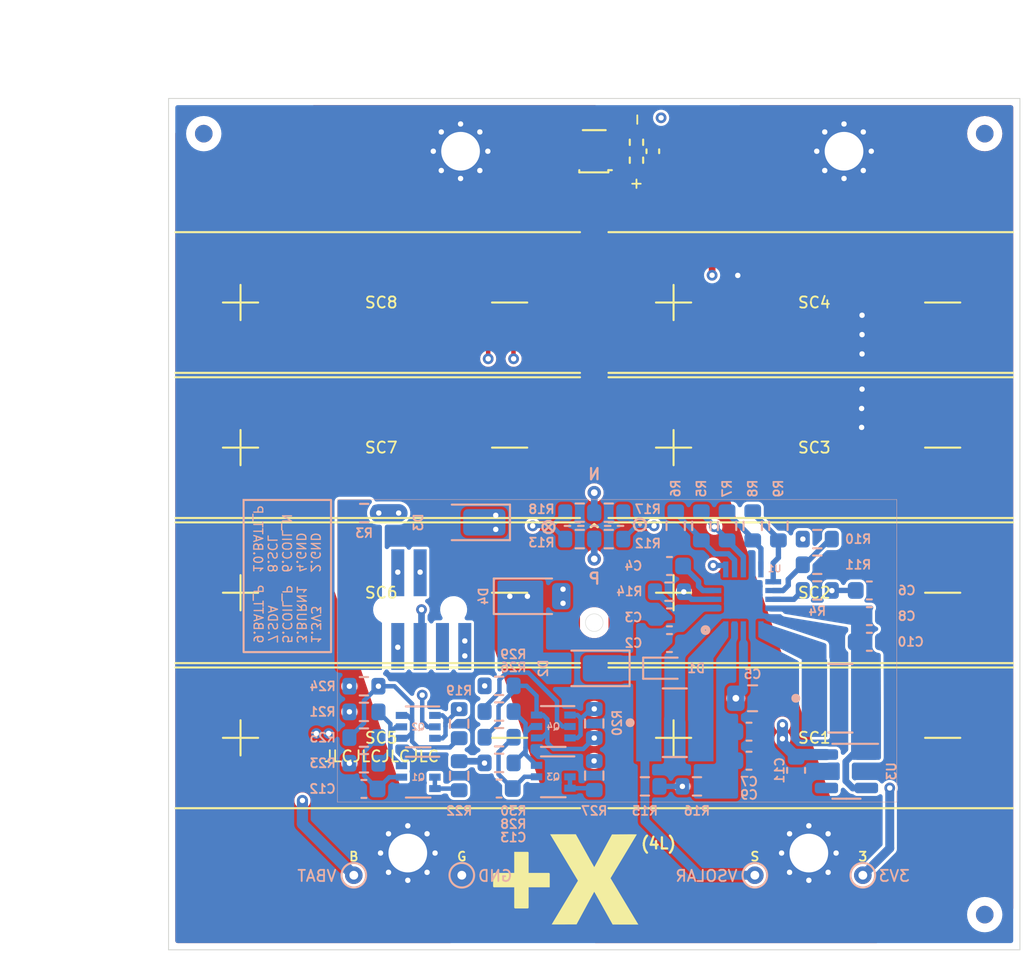
<source format=kicad_pcb>
(kicad_pcb (version 20221018) (generator pcbnew)
  (layers (0 "F.Cu" signal "Top") (1 "In1.Cu" signal) (2 "In2.Cu" signal) (31 "B.Cu" signal "Bottom") (34 "B.Paste" user) (35 "F.Paste" user) (36 "B.SilkS" user "B.Silkscreen") (37 "F.SilkS" user "F.Silkscreen") (38 "B.Mask" user) (39 "F.Mask" user) (44 "Edge.Cuts" user))
  (net 0 "")
  (net 1 "GND")
  (net 2 "+3V3")
  (net 3 "Net-(U1-VREF_SAMP)")
  (net 4 "Net-(U1-VSTOR)")
  (net 5 "VOUT_EN")
  (net 6 "VSOLAR")
  (net 7 "VBAT_OK")
  (net 8 "SDA")
  (net 9 "BATT_P")
  (net 10 "COIL_N")
  (net 11 "COIL_P")
  (net 12 "Net-(D3-K)")
  (net 13 "Net-(U1-LBOOST)")
  (net 14 "Net-(U1-LBUCK)")
  (net 15 "Net-(U1-VBAT_OV)")
  (net 16 "Net-(U1-OK_HYST)")
  (net 17 "Net-(U1-OK_PROG)")
  (net 18 "/coil")
  (net 19 "/VSOLAR_FULL")
  (net 20 "BURN1")
  (net 21 "Net-(U1-VOUT_SET)")
  (net 22 "Net-(U1-VOC_SAMP)")
  (net 23 "SCL")
  (net 24 "Net-(Q1B-G1)")
  (net 25 "Net-(Q3B-G1)")
  (net 26 "Net-(Q1A-G2)")
  (net 27 "SCL_LS")
  (net 28 "Net-(Q1A-D1)")
  (net 29 "Net-(Q2A-B1)")
  (net 30 "Net-(Q3A-G2)")
  (net 31 "SDA_LS")
  (net 32 "Net-(Q3A-D1)")
  (net 33 "Net-(Q4A-B1)")
  (net 34 "VBAT")
  (net 35 "Net-(U1-VRDIV)")
  (net 36 "Net-(U2-ADDR)")
  (net 37 "Net-(U1-VOUT)")
  (footprint "solarpanels:KXOB25-05X3F" (layer "F.Cu") (at 83.89 78.65)
    (fp_text reference "SC5")
    (fp_text value "SolarCell_Small")
  )
  (footprint "solarpanels:KXOB25-05X3F" (layer "F.Cu") (at 83.89 70.4)
    (fp_text reference "SC6")
    (fp_text value "SolarCell_Small")
  )
  (footprint "solarpanels:KXOB25-05X3F" (layer "F.Cu") (at 83.89 62.149996)
    (fp_text reference "SC7")
    (fp_text value "SolarCell_Small")
  )
  (footprint "solarpanels:KXOB25-05X3F" (layer "F.Cu") (at 108.51 78.65)
    (fp_text reference "SC1")
    (fp_text value "SolarCell_Small")
  )
  (footprint "solarpanels:KXOB25-05X3F" (layer "F.Cu") (at 108.51 70.4)
    (fp_text reference "SC2")
    (fp_text value "SolarCell_Small")
  )
  (footprint "solarpanels:KXOB25-05X3F" (layer "F.Cu") (at 108.51 62.149996)
    (fp_text reference "SC3")
    (fp_text value "SolarCell_Small")
  )
  (footprint "solarpanels:KXOB25-05X3F" (layer "F.Cu") (at 108.51 53.9)
    (fp_text reference "SC4")
    (fp_text value "SolarCell_Small")
  )
  (footprint "Capacitor_SMD:C_0402_1005Metric" (layer "F.Cu") (at 110.03 45.3 -90)
    (fp_text reference "C1" hide)
    (fp_text value "0.1uF")
  )
  (footprint "Resistor_SMD:R_0402_1005Metric" (layer "F.Cu") (at 109.1 45.81 -90)
    (fp_text reference "R1" hide)
    (fp_text value "0R")
  )
  (footprint "Resistor_SMD:R_0402_1005Metric" (layer "F.Cu") (at 109.1 44.79 -90)
    (fp_text reference "R2" hide)
    (fp_text value "0R")
  )
  (footprint "solarpanels:MountingHole_2.2mm_M2_DIN965_Pad_TopBottom" (layer "F.Cu") (at 99.100005 45.300011)
    (fp_text reference "H2" hide)
    (fp_text value "MountingHole")
  )
  (footprint "clipboard:eb50a26b-5fb6-463a-8dd0-ee5887daaa13" (layer "F.Cu") (at 102.56 85.19)
    (fp_text reference "")
    (fp_text value "")
  )
  (footprint "solarpanels:KXOB25-05X3F" (layer "F.Cu") (at 83.89 53.9)
    (fp_text reference "SC8")
    (fp_text value "SolarCell_Small")
  )
  (footprint "Fiducial:Fiducial_1mm_Mask2mm" (layer "F.Cu") (at 128.9 88.7)
    (fp_text reference "REF**" hide)
    (fp_text value "Fiducial_1mm_Mask2mm")
  )
  (footprint "Fiducial:Fiducial_1mm_Mask2mm" (layer "F.Cu") (at 128.9 44.3)
    (fp_text reference "REF**" hide)
    (fp_text value "Fiducial_1mm_Mask2mm")
  )
  (footprint "solarpanels:MountingHole_2.2mm_M2_DIN965_Pad_TopBottom" (layer "F.Cu") (at 118.9 85.2)
    (fp_text reference "H4" hide)
    (fp_text value "MountingHole")
  )
  (footprint "solarpanels:MountingHole_2.2mm_M2_DIN965_Pad_TopBottom" (layer "F.Cu") (at 96.1 85.2)
    (fp_text reference "H3" hide)
    (fp_text value "MountingHole")
  )
  (footprint "Fiducial:Fiducial_1mm_Mask2mm" (layer "F.Cu") (at 84.5 44.3)
    (fp_text reference "REF**" hide)
    (fp_text value "Fiducial_1mm_Mask2mm")
  )
  (footprint "Package_TO_SOT_SMD:SOT-583-8" (layer "F.Cu") (at 106.7 45.3 180)
    (fp_text reference "U2" hide)
    (fp_text value "OPT4001")
  )
  (footprint "X Label" (layer "F.Cu") (at 106.7 88.205445)
    (fp_text reference "REF**" hide)
    (fp_text value "X Label" hide)
  )
  (footprint "solarpanels:MountingHole_2.2mm_M2_DIN965_Pad_TopBottom" (layer "F.Cu") (at 120.900012 45.300011)
    (fp_text reference "H1" hide)
    (fp_text value "MountingHole")
  )
  (footprint "Capacitor_SMD:C_0805_2012Metric" (layer "B.Cu") (at 115.7 76.4)
    (fp_text reference "C5")
    (fp_text value "100uF")
  )
  (footprint "Capacitor_SMD:C_0603_1608Metric" (layer "B.Cu") (at 115.5 79.95)
    (fp_text reference "C9")
    (fp_text value "0.1uF")
  )
  (footprint "Capacitor_SMD:C_0603_1608Metric" (layer "B.Cu") (at 122.34 71.73)
    (fp_text reference "C8")
    (fp_text value "22uF")
  )
  (footprint "Capacitor_SMD:C_0603_1608Metric" (layer "B.Cu") (at 122.34 70.27)
    (fp_text reference "C6")
    (fp_text value "1uF")
  )
  (footprint "Capacitor_SMD:C_0603_1608Metric" (layer "B.Cu") (at 110.975 68.88 180)
    (fp_text reference "C4")
    (fp_text value "10nF")
  )
  (footprint "solarpanels:LPS4018" (layer "B.Cu") (at 120.7 76.4)
    (fp_text reference "L2" hide)
    (fp_text value "10uH-LPS4018-103MR" hide)
  )
  (footprint "Resistor_SMD:R_0603_1608Metric" (layer "B.Cu") (at 109.58 81.41)
    (fp_text reference "R15")
    (fp_text value "DNI (0R)")
  )
  (footprint "Resistor_SMD:R_0603_1608Metric" (layer "B.Cu") (at 117.17 66.6 -90)
    (fp_text reference "R9")
    (fp_text value "4.53M")
  )
  (footprint "Resistor_SMD:R_0603_1608Metric" (layer "B.Cu") (at 119.38 68.81 180)
    (fp_text reference "R11")
    (fp_text value "4.75M")
  )
  (footprint "Resistor_SMD:R_0603_1608Metric" (layer "B.Cu") (at 114.25 66.6 -90)
    (fp_text reference "R7")
    (fp_text value "374K")
  )
  (footprint "Resistor_SMD:R_0603_1608Metric" (layer "B.Cu") (at 119.38 70.27)
    (fp_text reference "R4")
    (fp_text value "0R")
  )
  (footprint "Resistor_SMD:R_0603_1608Metric" (layer "B.Cu") (at 115.71 66.6 -90)
    (fp_text reference "R8")
    (fp_text value "8.25M")
  )
  (footprint "Resistor_SMD:R_0603_1608Metric" (layer "B.Cu") (at 110.975 70.34 180)
    (fp_text reference "R14")
    (fp_text value "DNI (0R)")
  )
  (footprint "Resistor_SMD:R_0603_1608Metric" (layer "B.Cu") (at 119.38 67.35 180)
    (fp_text reference "R10")
    (fp_text value "8.25M")
  )
  (footprint "solarpanels:QFN50P350X350X100-21N-D" (layer "B.Cu") (at 115.175 70.775)
    (fp_text reference "U1")
    (fp_text value "BQ25570RGRR" hide)
  )
  (footprint "solarpanels:LPS4018" (layer "B.Cu") (at 111.27924 77.78963)
    (fp_text reference "L1" hide)
    (fp_text value "22uH-LPS4018-223MR" hide)
  )
  (footprint "Resistor_SMD:R_0603_1608Metric" (layer "B.Cu") (at 112.54 81.41 180)
    (fp_text reference "R16")
    (fp_text value "0R")
  )
  (footprint "Resistor_SMD:R_0603_1608Metric" (layer "B.Cu") (at 112.79 66.6 90)
    (fp_text reference "R5")
    (fp_text value "7.32M")
  )
  (footprint "Capacitor_SMD:C_0603_1608Metric" (layer "B.Cu") (at 115.5 78.3)
    (fp_text reference "C7")
    (fp_text value "4.7uF")
  )
  (footprint "Resistor_SMD:R_0603_1608Metric" (layer "B.Cu") (at 111.33 66.6 90)
    (fp_text reference "R6")
    (fp_text value "5.62M")
  )
  (footprint "Capacitor_SMD:C_0603_1608Metric" (layer "B.Cu") (at 110.975 71.8 180)
    (fp_text reference "C3")
    (fp_text value "4.7uF")
  )
  (footprint "TestPoint:TestPoint_THTPad_D1.0mm_Drill0.5mm" (layer "B.Cu") (at 99.17 86.46)
    (fp_text reference "TP2" hide)
    (fp_text value "TP")
  )
  (footprint "TestPoint:TestPoint_THTPad_D1.0mm_Drill0.5mm" (layer "B.Cu") (at 121.97 86.46)
    (fp_text reference "TP3" hide)
    (fp_text value "TP")
  )
  (footprint "TestPoint:TestPoint_THTPad_D1.0mm_Drill0.5mm" (layer "B.Cu") (at 93.03 86.46)
    (fp_text reference "TP4" hide)
    (fp_text value "TP")
  )
  (footprint "TestPoint:TestPoint_THTPad_D1.0mm_Drill0.5mm" (layer "B.Cu") (at 115.83 86.46)
    (fp_text reference "TP1" hide)
    (fp_text value "TP")
  )
  (footprint "Resistor_SMD:R_0603_1608Metric" (layer "B.Cu") (at 105.875 65.85)
    (fp_text reference "R18")
    (fp_text value "0R")
  )
  (footprint "Resistor_SMD:R_0603_1608Metric" (layer "B.Cu") (at 107.525 65.85)
    (fp_text reference "R17")
    (fp_text value "0R")
  )
  (footprint "Resistor_SMD:R_0603_1608Metric" (layer "B.Cu") (at 107.525 67.35)
    (fp_text reference "R12")
    (fp_text value "0R")
  )
  (footprint "Resistor_SMD:R_0603_1608Metric" (layer "B.Cu") (at 105.875 67.35)
    (fp_text reference "R13")
    (fp_text value "0R")
  )
  (footprint "Diode_SMD:D_SOD-523" (layer "B.Cu") (at 110.74 74.69)
    (fp_text reference "D1")
    (fp_text value "SZMM5Z5V1T1G")
  )
  (footprint "custom-footprints:pycubed_mini_half" (layer "B.Cu") (at 107 44.5 180)
    (fp_text reference "Ref**" hide)
    (fp_text value "Val**" hide)
  )
  (footprint "Resistor_SMD:R_0603_1608Metric" (layer "B.Cu") (at 99.02 80.805 -90)
    (fp_text reference "R22")
    (fp_text value "100K")
  )
  (footprint "Resistor_SMD:R_0603_1608Metric" (layer "B.Cu") (at 101.29 77.155)
    (fp_text reference "R26")
    (fp_text value "680R")
  )
  (footprint "Diode_SMD:D_PowerDI-123" (layer "B.Cu") (at 99.6 66.4 180)
    (fp_text reference "D3")
    (fp_text value "DFLS130L-7")
  )
  (footprint "Capacitor_SMD:C_0603_1608Metric" (layer "B.Cu") (at 118.175 80.5 -90)
    (fp_text reference "C11")
    (fp_text value "0.1uF")
  )
  (footprint "Diode_SMD:D_PowerDI-123" (layer "B.Cu") (at 106.4 74.7 180)
    (fp_text reference "D2")
    (fp_text value "DFLS130L-7")
  )
  (footprint "Resistor_SMD:R_0603_1608Metric" (layer "B.Cu") (at 93.605 77.175)
    (fp_text reference "R21")
    (fp_text value "680R")
  )
  (footprint "Resistor_SMD:R_0603_1608Metric" (layer "B.Cu") (at 106.7 77.835 90)
    (fp_text reference "R20")
    (fp_text value "DNI (0R)")
  )
  (footprint "Capacitor_SMD:C_0603_1608Metric" (layer "B.Cu") (at 93.605 81.555 180)
    (fp_text reference "C12")
    (fp_text value "10nF")
  )
  (footprint "Resistor_SMD:R_0603_1608Metric" (layer "B.Cu") (at 106.7 80.795 -90)
    (fp_text reference "R27")
    (fp_text value "100K")
  )
  (footprint "Resistor_SMD:R_0603_1608Metric" (layer "B.Cu") (at 99.02 77.845 90)
    (fp_text reference "R19")
    (fp_text value "DNI (0R)")
  )
  (footprint "Resistor_SMD:R_0603_1608Metric" (layer "B.Cu") (at 93.605 80.095)
    (fp_text reference "R23")
    (fp_text value "10K")
  )
  (footprint "Resistor_SMD:R_0603_1608Metric" (layer "B.Cu") (at 101.29 78.615)
    (fp_text reference "R30")
    (fp_text value "200K")
  )
  (footprint "Resistor_SMD:R_0603_1608Metric" (layer "B.Cu") (at 93.605 75.715)
    (fp_text reference "R24")
    (fp_text value "10K")
  )
  (footprint "Package_TO_SOT_SMD:SOT-363_SC-70-6" (layer "B.Cu") (at 104.37 80.865 180)
    (fp_text reference "Q3")
    (fp_text value "NX3008NBKS")
  )
  (footprint "Fiducial:Fiducial_1mm_Mask2mm" (layer "B.Cu") (at 84.5 44.3 180)
    (fp_text reference "REF**" hide)
    (fp_text value "Fiducial_1mm_Mask2mm")
  )
  (footprint "Resistor_SMD:R_0603_1608Metric" (layer "B.Cu") (at 93.605 78.635)
    (fp_text reference "R25")
    (fp_text value "200K")
  )
  (footprint "Package_TO_SOT_SMD:SOT-363_SC-70-6" (layer "B.Cu") (at 96.69 78.025 180)
    (fp_text reference "Q2")
    (fp_text value "MBT2222ADW1T1")
  )
  (footprint "Resistor_SMD:R_0603_1608Metric" (layer "B.Cu") (at 101.29 75.695)
    (fp_text reference "R29")
    (fp_text value "10K")
  )
  (footprint "Package_TO_SOT_SMD:SOT-363_SC-70-6" (layer "B.Cu") (at 96.69 80.885 180)
    (fp_text reference "Q1")
    (fp_text value "NX3008NBKS")
  )
  (footprint "Package_TO_SOT_SMD:SOT-23-5" (layer "B.Cu") (at 121.0375 80.55 180)
    (fp_text reference "U3")
    (fp_text value "MAX40200AUK")
  )
  (footprint "Resistor_SMD:R_0603_1608Metric" (layer "B.Cu") (at 93.62 65.87)
    (fp_text reference "R3")
    (fp_text value "0R")
  )
  (footprint "Fiducial:Fiducial_1mm_Mask2mm" (layer "B.Cu") (at 128.9 88.7 180)
    (fp_text reference "REF**" hide)
    (fp_text value "Fiducial_1mm_Mask2mm")
  )
  (footprint "Capacitor_SMD:C_0603_1608Metric" (layer "B.Cu") (at 110.975 73.26)
    (fp_text reference "C2")
    (fp_text value "0.1uF")
  )
  (footprint "Package_TO_SOT_SMD:SOT-363_SC-70-6" (layer "B.Cu") (at 104.37 78.005 180)
    (fp_text reference "Q4")
    (fp_text value "MBT2222ADW1T1")
  )
  (footprint "Capacitor_SMD:C_0603_1608Metric" (layer "B.Cu") (at 101.29 81.535 180)
    (fp_text reference "C13")
    (fp_text value "10nF")
  )
  (footprint "Resistor_SMD:R_0603_1608Metric" (layer "B.Cu") (at 101.29 80.075)
    (fp_text reference "R28")
    (fp_text value "10K")
  )
  (footprint "Capacitor_SMD:C_0603_1608Metric" (layer "B.Cu") (at 122.34 73.19)
    (fp_text reference "C10")
    (fp_text value "0.1uF")
  )
  (footprint "Fiducial:Fiducial_1mm_Mask2mm" (layer "B.Cu") (at 128.9 44.3 180)
    (fp_text reference "REF**" hide)
    (fp_text value "Fiducial_1mm_Mask2mm")
  )
  (footprint "solarpanels:SAMTEC-FTS-105-01-X-DV-A" (layer "B.Cu") (at 96.8 71.36 180)
    (fp_text reference "J1" hide)
    (fp_text value "FTS-105-01-X-DV-A")
  )
  (footprint "Diode_SMD:D_PowerDI-123" (layer "B.Cu") (at 103.3 70.6)
    (fp_text reference "D4")
    (fp_text value "DFLS130L-7")
  )
  (gr_line (start 107.30325 66.6) (end 107.62075 66.6) (stroke (width 0.12)) (layer "B.SilkS"))
  (gr_line (start 106.85875 66.6) (end 106.54125 66.6) (stroke (width 0.12)) (layer "B.SilkS"))
  (gr_line (start 106.09675 66.6) (end 105.77925 66.6) (stroke (width 0.12)) (layer "B.SilkS"))
  (gr_line (start 108.351 66.6) (end 108.0335 66.6) (stroke (width 0.12)) (layer "B.SilkS"))
  (gr_line (start 105.01725 66.6) (end 105.33475 66.6) (stroke (width 0.12)) (layer "B.SilkS"))
  (gr_line (start 123.9 65.1) (end 123.9 82.3) (stroke (width 0.0254)) (layer "B.SilkS"))
  (gr_rect (start 86.765 65.125) (end 91.735 73.775) (stroke (width 0.12)) (fill none) (layer "B.SilkS"))
  (gr_line (start 92.1 75.4) (end 92.1 73.8) (stroke (width 0.0254)) (layer "B.SilkS"))
  (gr_line (start 123.9 82.3) (end 92.1 82.3) (stroke (width 0.0254)) (layer "B.SilkS"))
  (gr_line (start 92.1 82.3) (end 92.1 75.4) (stroke (width 0.0254)) (layer "B.SilkS"))
  (gr_line (start 92.1 65.1) (end 123.9 65.1) (stroke (width 0.0254)) (layer "B.SilkS"))
  (gr_line (start 92.1 73.8) (end 92.1 65.1) (stroke (width 0.0254)) (layer "B.SilkS"))
  (gr_line (start 82.5 90.7) (end 82.5 42.3) (stroke (width 0.05)) (layer "Edge.Cuts"))
  (gr_line (start 82.5 42.3) (end 130.9 42.3) (stroke (width 0.05)) (layer "Edge.Cuts"))
  (gr_line (start 82.5 90.7) (end 130.9 90.7) (stroke (width 0.05)) (layer "Edge.Cuts"))
  (gr_line (start 130.9 42.3) (end 130.9 90.7) (stroke (width 0.05)) (layer "Edge.Cuts"))
  (gr_circle (center 106.7 72.1) (end 107.2 72.1) (stroke (width 0.0254)) (fill none) (layer "Edge.Cuts"))
  (gr_text "GND" (at 102.1 86.5) (layer "B.SilkS") (effects (font (size 0.635 0.635) (thickness 0.1016)) (justify left mirror)))
  (gr_text "VSOLAR" (at 114.9 86.5) (layer "B.SilkS") (effects (font (size 0.635 0.635) (thickness 0.1016)) (justify left mirror)))
  (gr_text "VBAT" (at 92.1 86.5) (layer "B.SilkS") (effects (font (size 0.635 0.635) (thickness 0.1016)) (justify left mirror)))
  (gr_text "3V3" (at 124.7 86.5) (layer "B.SilkS") (effects (font (size 0.635 0.635) (thickness 0.1016)) (justify left mirror)))
  (gr_text "⊙" (at 109.3 66.6 180) (layer "B.SilkS") (effects (font (size 0.889 0.889) (thickness 0.127)) (justify mirror)))
  (gr_text "P" (at 106.7 69.6) (layer "B.SilkS") (effects (font (size 0.635 0.635) (thickness 0.127)) (justify mirror)))
  (gr_text "N" (at 106.7 63.6 180) (layer "B.SilkS") (effects (font (size 0.635 0.635) (thickness 0.127)) (justify mirror)))
  (gr_text "⊗" (at 104.1 66.6) (layer "B.SilkS") (effects (font (size 0.889 0.889) (thickness 0.127)) (justify mirror)))
  (gr_text "2.GND\n4.GND\n6.COIL_N\n8.SCL\n10.BATT_P" (at 89.21 69.3 270) (layer "B.SilkS") (effects (font (size 0.508 0.508) (thickness 0.0762)) (justify left mirror)))
  (gr_text "1.3V3\n3.BURN1\n5.COIL_P\n7.SDA\n9.BATT_P" (at 89.23 73.325 270) (layer "B.SilkS") (effects (font (size 0.508 0.508) (thickness 0.0762)) (justify left mirror)))
  (gr_text "B" (at 93.03 85.4) (layer "F.SilkS") (effects (font (size 0.508 0.508) (thickness 0.1016))))
  (gr_text "3" (at 121.97 85.4) (layer "F.SilkS") (effects (font (size 0.508 0.508) (thickness 0.1016))))
  (gr_text "G" (at 99.17 85.4) (layer "F.SilkS") (effects (font (size 0.508 0.508) (thickness 0.1016))))
  (gr_text "JLCJLCJLCJLC" (at 94.6 79.7) (layer "F.SilkS") (effects (font (size 0.635 0.635) (thickness 0.1016))))
  (gr_text "(4L)" (at 110.35 84.65) (layer "F.SilkS") (effects (font (size 0.635 0.635) (thickness 0.127))))
  (gr_text "S" (at 115.83 85.4) (layer "F.SilkS") (effects (font (size 0.508 0.508) (thickness 0.1016))))
  (gr_text "+" (at 109.1 47.1) (layer "F.SilkS") (effects (font (size 0.635 0.635) (thickness 0.1016))))
  (gr_text "^" (at 106.7 67.11) (layer "F.SilkS") (effects (font (size 1 1))))
  (gr_text "-" (at 109.1 43.5 90) (layer "F.SilkS") (effects (font (size 0.635 0.635) (thickness 0.1016))))
  (segment (start 114.86 52.36) (end 114.86 47.26) (width 0.381) (layer "F.Cu") (net 1))
  (segment (start 114.86 47.26) (end 112.15 44.55) (width 0.381) (layer "F.Cu") (net 1))
  (segment (start 112.15 44.55) (end 107.44 44.55) (width 0.381) (layer "F.Cu") (net 1))
  (via (at 121.925 54.625) (size 0.6096) (drill 0.3048) (layers "F.Cu" "B.Cu") (net 1))
  (via (at 114.86 52.36) (size 0.6096) (drill 0.3048) (layers "F.Cu" "B.Cu") (net 1))
  (via (at 121.925 58.825) (size 0.6096) (drill 0.3048) (layers "F.Cu" "B.Cu") (net 1))
  (via (at 121.925 55.725) (size 0.6096) (drill 0.3048) (layers "F.Cu" "B.Cu") (net 1))
  (via (at 121.925 56.825) (size 0.6096) (drill 0.3048) (layers "F.Cu" "B.Cu") (net 1))
  (via (at 121.9 59.925) (size 0.6096) (drill 0.3048) (layers "F.Cu" "B.Cu") (net 1))
  (via (at 121.9 61) (size 0.6096) (drill 0.3048) (layers "F.Cu" "B.Cu") (net 1))
  (segment (start 111.6 46.05) (end 107.44 46.05) (width 0.381) (layer "F.Cu") (net 2))
  (segment (start 113.4 47.85) (end 111.6 46.05) (width 0.381) (layer "F.Cu") (net 2))
  (segment (start 113.4 52.35) (end 113.4 47.85) (width 0.381) (layer "F.Cu") (net 2))
  (via (at 117.4 78.7) (size 0.6096) (drill 0.3048) (layers "F.Cu" "B.Cu") (net 2))
  (via (at 117.4 77.9) (size 0.6096) (drill 0.3048) (layers "F.Cu" "B.Cu") (net 2))
  (via (at 99.34 73.14) (size 0.6096) (drill 0.3048) (layers "F.Cu" "B.Cu") (net 2))
  (via (at 92.78 80.095) (size 0.6096) (drill 0.3048) (layers "F.Cu" "B.Cu") (net 2))
  (via (at 92.78 75.715) (size 0.6096) (drill 0.3048) (layers "F.Cu" "B.Cu") (net 2))
  (via (at 123.5 81.5) (size 0.6096) (drill 0.3048) (layers "F.Cu" "B.Cu") (net 2))
  (via (at 106.69 79.96) (size 0.6096) (drill 0.3048) (layers "F.Cu" "B.Cu") (net 2))
  (via (at 99.34 73.99) (size 0.6096) (drill 0.3048) (layers "F.Cu" "B.Cu") (net 2))
  (via (at 113.4 52.35) (size 0.6096) (drill 0.3048) (layers "F.Cu" "B.Cu") (net 2))
  (via (at 100.46 80.085) (size 0.6096) (drill 0.3048) (layers "F.Cu" "B.Cu") (net 2))
  (via (at 100.47 75.695) (size 0.6096) (drill 0.3048) (layers "F.Cu" "B.Cu") (net 2))
  (segment (start 119.9 79.6) (end 118.2 79.6) (width 0.635) (layer "B.Cu") (net 2))
  (segment (start 99.02 79.98) (end 100.355 79.98) (width 0.381) (layer "B.Cu") (net 2))
  (segment (start 123.5 84.93) (end 123.5 81.5) (width 0.508) (layer "B.Cu") (net 2))
  (segment (start 118.2 79.6) (end 119.3 79.6) (width 0.635) (layer "B.Cu") (net 2))
  (segment (start 117.4 78.95) (end 117.4 77.9) (width 0.635) (layer "B.Cu") (net 2))
  (segment (start 118.175 79.725) (end 117.4 78.95) (width 0.635) (layer "B.Cu") (net 2))
  (segment (start 121.97 86.46) (end 123.5 84.93) (width 0.508) (layer "B.Cu") (net 2))
  (segment (start 112.63 70.03) (end 112.63 69.76) (width 0.3048) (layer "B.Cu") (net 3))
  (segment (start 113.475 70.275) (end 112.875 70.275) (width 0.3048) (layer "B.Cu") (net 3))
  (segment (start 112.63 69.76) (end 111.75 68.88) (width 0.3048) (layer "B.Cu") (net 3))
  (segment (start 112.875 70.275) (end 112.63 70.03) (width 0.3048) (layer "B.Cu") (net 3))
  (via (at 120.21 70.28) (size 0.6096) (drill 0.3048) (layers "F.Cu" "B.Cu") (net 5))
  (via (at 113.46 68.85) (size 0.6096) (drill 0.3048) (layers "F.Cu" "B.Cu") (net 5))
  (segment (start 113.46 68.85) (end 114.0356 68.85) (width 0.3048) (layer "B.Cu") (net 5))
  (segment (start 120.205 70.27) (end 121.565 70.27) (width 0.3048) (layer "B.Cu") (net 5))
  (segment (start 112.66 86.46) (end 115.83 86.46) (width 0.508) (layer "B.Cu") (net 6))
  (segment (start 109.58 78.00932) (end 109.58 83.38) (width 0.508) (layer "B.Cu") (net 6))
  (segment (start 109.58 83.38) (end 112.66 86.46) (width 0.508) (layer "B.Cu") (net 6))
  (segment (start 111.68 71.8) (end 110.22 70.34) (width 0.381) (layer "B.Cu") (net 6))
  (segment (start 118.05 70.775) (end 118.555 70.27) (width 0.3048) (layer "B.Cu") (net 7))
  (segment (start 116.875 70.775) (end 118.05 70.775) (width 0.3048) (layer "B.Cu") (net 7))
  (via (at 106.7 77.005) (size 0.6096) (drill 0.3048) (layers "F.Cu" "B.Cu") (net 8))
  (via (at 95.53 73.5) (size 0.6096) (drill 0.3048) (layers "F.Cu" "B.Cu") (net 8))
  (segment (start 105.7538 78.655) (end 105.9244 78.4844) (width 0.254) (layer "B.Cu") (net 8))
  (segment (start 105.32 78.655) (end 105.7538 78.655) (width 0.254) (layer "B.Cu") (net 8))
  (segment (start 106.51 77.005) (end 105.9844 77.5306) (width 0.254) (layer "B.Cu") (net 8))
  (segment (start 105.32 77.355) (end 105.7488 77.355) (width 0.254) (layer "B.Cu") (net 8))
  (segment (start 105.9244 78.4844) (end 105.9244 77.5306) (width 0.254) (layer "B.Cu") (net 8))
  (segment (start 105.7488 77.355) (end 105.9244 77.5306) (width 0.254) (layer "B.Cu") (net 8))
  (via (at 96.8 69.23) (size 0.6096) (drill 0.3048) (layers "F.Cu" "B.Cu") (net 10))
  (via (at 106.7 64.71) (size 0.762) (drill 0.381) (layers "F.Cu" "B.Cu") (net 10))
  (segment (start 106.7 64.71) (end 106.7 65.85) (width 0.381) (layer "B.Cu") (net 10))
  (via (at 96.88 71.36) (size 0.6096) (drill 0.3048) (layers "F.Cu" "B.Cu") (net 11))
  (via (at 106.7 68.48) (size 0.762) (drill 0.381) (layers "F.Cu" "B.Cu") (net 11))
  (segment (start 96.88 71.36) (end 96.88 73.3745) (width 0.381) (layer "B.Cu") (net 11))
  (segment (start 106.7 67.35) (end 106.7 68.48) (width 0.381) (layer "B.Cu") (net 11))
  (via (at 104.925 71) (size 0.6096) (drill 0.3048) (layers "F.Cu" "B.Cu") (net 12))
  (via (at 104.925 70.2) (size 0.6096) (drill 0.3048) (layers "F.Cu" "B.Cu") (net 12))
  (via (at 101.1 66) (size 0.6096) (drill 0.3048) (layers "F.Cu" "B.Cu") (net 12))
  (via (at 101.1 66.8) (size 0.6096) (drill 0.3048) (layers "F.Cu" "B.Cu") (net 12))
  (segment (start 114.675 69.075) (end 114.675 68.535) (width 0.3048) (layer "B.Cu") (net 15))
  (segment (start 112.79 67.34) (end 111.33 65.88) (width 0.3048) (layer "B.Cu") (net 15))
  (segment (start 113.555 68.19) (end 112.79 67.425) (width 0.3048) (layer "B.Cu") (net 15))
  (segment (start 114.675 68.535) (end 114.33 68.19) (width 0.3048) (layer "B.Cu") (net 15))
  (segment (start 114.33 68.19) (end 113.555 68.19) (width 0.3048) (layer "B.Cu") (net 15))
  (segment (start 116.175 69.075) (end 116.175 67.89) (width 0.3048) (layer "B.Cu") (net 16))
  (segment (start 115.71 67.32) (end 114.25 65.86) (width 0.3048) (layer "B.Cu") (net 16))
  (segment (start 116.175 67.89) (end 115.71 67.425) (width 0.3048) (layer "B.Cu") (net 16))
  (segment (start 116.875 68.705) (end 117.17 68.41) (width 0.3048) (layer "B.Cu") (net 17))
  (segment (start 117.17 68.41) (end 117.17 67.425) (width 0.3048) (layer "B.Cu") (net 17))
  (segment (start 116.875 69.775) (end 116.875 68.705) (width 0.3048) (layer "B.Cu") (net 17))
  (segment (start 117.17 67.33) (end 115.71 65.87) (width 0.3048) (layer "B.Cu") (net 17))
  (via (at 103.2 66.6) (size 0.6096) (drill 0.3048) (layers "F.Cu" "B.Cu") (net 18))
  (via (at 110.500008 43.399989) (size 0.6096) (drill 0.3048) (layers "F.Cu" "B.Cu") (net 18))
  (via (at 110.1 66.6) (size 0.6096) (drill 0.3048) (layers "F.Cu" "B.Cu") (net 18))
  (segment (start 104.3 66.6) (end 103.2 66.6) (width 0.254) (layer "B.Cu") (net 18))
  (segment (start 105.05 67.35) (end 104.3 66.6) (width 0.254) (layer "B.Cu") (net 18))
  (segment (start 109.1 66.6) (end 108.35 67.35) (width 0.254) (layer "B.Cu") (net 18))
  (segment (start 105.05 65.85) (end 104.3 66.6) (width 0.254) (layer "B.Cu") (net 18))
  (segment (start 109.4 66.6) (end 109.1 66.6) (width 0.254) (layer "B.Cu") (net 18))
  (segment (start 109.1 66.6) (end 108.35 65.85) (width 0.254) (layer "B.Cu") (net 18))
  (segment (start 110.1 66.6) (end 109.4 66.6) (width 0.254) (layer "B.Cu") (net 18))
  (via (at 101.9 70.6) (size 0.6096) (drill 0.3048) (layers "F.Cu" "B.Cu") (net 19))
  (via (at 102.9 70.6) (size 0.6096) (drill 0.3048) (layers "F.Cu" "B.Cu") (net 19))
  (via (at 91.6 78.4) (size 0.6096) (drill 0.3048) (layers "F.Cu" "B.Cu") (net 19))
  (via (at 90.9 78.4) (size 0.6096) (drill 0.3048) (layers "F.Cu" "B.Cu") (net 19))
  (segment (start 117.73 69.98) (end 117.73 69.635) (width 0.3048) (layer "B.Cu") (net 21))
  (segment (start 117.435 70.275) (end 117.73 69.98) (width 0.3048) (layer "B.Cu") (net 21))
  (segment (start 118.65 68.81) (end 120.11 67.35) (width 0.3048) (layer "B.Cu") (net 21))
  (segment (start 116.875 70.275) (end 117.435 70.275) (width 0.3048) (layer "B.Cu") (net 21))
  (segment (start 117.73 69.635) (end 118.555 68.81) (width 0.3048) (layer "B.Cu") (net 21))
  (via (at 111.79 70.35) (size 0.6096) (drill 0.3048) (layers "F.Cu" "B.Cu") (net 22))
  (via (at 111.71 81.41) (size 0.6096) (drill 0.3048) (layers "F.Cu" "B.Cu") (net 22))
  (segment (start 112.235 70.775) (end 111.8 70.34) (width 0.3048) (layer "B.Cu") (net 22))
  (segment (start 110.405 81.41) (end 111.715 81.41) (width 0.3048) (layer "B.Cu") (net 22))
  (segment (start 113.475 70.775) (end 112.235 70.775) (width 0.3048) (layer "B.Cu") (net 22))
  (via (at 95.53 69.23) (size 0.6096) (drill 0.3048) (layers "F.Cu" "B.Cu") (net 23))
  (via (at 99.02 77.02) (size 0.6096) (drill 0.3048) (layers "F.Cu" "B.Cu") (net 23))
  (segment (start 98.0738 78.675) (end 97.64 78.675) (width 0.254) (layer "B.Cu") (net 23))
  (segment (start 98.2444 77.7956) (end 99.02 77.02) (width 0.254) (layer "B.Cu") (net 23))
  (segment (start 98.2444 78.5044) (end 98.0738 78.675) (width 0.254) (layer "B.Cu") (net 23))
  (segment (start 98.2444 78.0006) (end 98.2444 77.7956) (width 0.254) (layer "B.Cu") (net 23))
  (segment (start 98.2444 77.5456) (end 98.2444 78.0006) (width 0.254) (layer "B.Cu") (net 23))
  (segment (start 97.64 77.375) (end 98.0738 77.375) (width 0.254) (layer "B.Cu") (net 23))
  (segment (start 98.0738 77.375) (end 98.2444 77.5456) (width 0.254) (layer "B.Cu") (net 23))
  (segment (start 98.2444 78.0006) (end 98.2444 78.5044) (width 0.254) (layer "B.Cu") (net 23))
  (segment (start 95.05 80.885) (end 94.38 81.555) (width 0.254) (layer "B.Cu") (net 24))
  (segment (start 95.74 80.885) (end 95.05 80.885) (width 0.254) (layer "B.Cu") (net 24))
  (segment (start 94.38 81.555) (end 93.62 80.795) (width 0.254) (layer "B.Cu") (net 24))
  (segment (start 93.62 80.795) (end 93.62 79.435) (width 0.254) (layer "B.Cu") (net 24))
  (segment (start 93.62 79.435) (end 94.42 78.635) (width 0.254) (layer "B.Cu") (net 24))
  (segment (start 102.065 81.535) (end 102.735 80.865) (width 0.254) (layer "B.Cu") (net 25))
  (segment (start 102.735 80.865) (end 103.42 80.865) (width 0.254) (layer "B.Cu") (net 25))
  (segment (start 101.26 80.73) (end 101.26 79.47) (width 0.254) (layer "B.Cu") (net 25))
  (segment (start 102.065 81.535) (end 101.26 80.73) (width 0.254) (layer "B.Cu") (net 25))
  (segment (start 101.26 79.47) (end 102.115 78.615) (width 0.254) (layer "B.Cu") (net 25))
  (segment (start 97.64 80.885) (end 97.64 81.535) (width 0.254) (layer "B.Cu") (net 26))
  (segment (start 97.64 81.535) (end 98.925 81.535) (width 0.254) (layer "B.Cu") (net 26))
  (segment (start 100.67 47.43) (end 103.55 44.55) (width 0.254) (layer "F.Cu") (net 27))
  (segment (start 103.55 44.55) (end 105.96 44.55) (width 0.254) (layer "F.Cu") (net 27))
  (segment (start 100.67 57.1) (end 100.67 47.43) (width 0.254) (layer "F.Cu") (net 27))
  (via (at 94.43 75.715) (size 0.6096) (drill 0.3048) (layers "F.Cu" "B.Cu") (net 27))
  (via (at 100.67 57.1) (size 0.6096) (drill 0.3048) (layers "F.Cu" "B.Cu") (net 27))
  (segment (start 96.3444 78.3606) (end 96.3444 78.1706) (width 0.254) (layer "B.Cu") (net 27))
  (segment (start 96.3444 76.7194) (end 96.3444 78.1706) (width 0.254) (layer "B.Cu") (net 27))
  (segment (start 98.495 79.195) (end 96.68 79.195) (width 0.254) (layer "B.Cu") (net 27))
  (segment (start 95.74 78.675) (end 96.03 78.675) (width 0.254) (layer "B.Cu") (net 27))
  (segment (start 93.61 76.535) (end 93.61 77.805) (width 0.254) (layer "B.Cu") (net 27))
  (segment (start 93.61 77.805) (end 92.78 78.635) (width 0.254) (layer "B.Cu") (net 27))
  (segment (start 99.02 78.67) (end 98.495 79.195) (width 0.254) (layer "B.Cu") (net 27))
  (segment (start 94.43 75.715) (end 95.34 75.715) (width 0.254) (layer "B.Cu") (net 27))
  (segment (start 96.3444 78.1706) (end 96.3444 77.6394) (width 0.254) (layer "B.Cu") (net 27))
  (segment (start 96.68 79.195) (end 96.3444 78.8594) (width 0.254) (layer "B.Cu") (net 27))
  (segment (start 96.03 78.675) (end 96.3444 78.3606) (width 0.254) (layer "B.Cu") (net 27))
  (segment (start 96.3444 78.8594) (end 96.3444 78.1706) (width 0.254) (layer "B.Cu") (net 27))
  (segment (start 96.3444 77.6394) (end 96.08 77.375) (width 0.254) (layer "B.Cu") (net 27))
  (segment (start 95.34 75.715) (end 96.3444 76.7194) (width 0.254) (layer "B.Cu") (net 27))
  (segment (start 94.43 75.715) (end 93.61 76.535) (width 0.254) (layer "B.Cu") (net 27))
  (segment (start 96.08 77.375) (end 95.74 77.375) (width 0.254) (layer "B.Cu") (net 27))
  (segment (start 95.1094 77.8544) (end 94.43 77.175) (width 0.254) (layer "B.Cu") (net 28))
  (segment (start 95.1094 78.5156) (end 95.1094 77.8544) (width 0.254) (layer "B.Cu") (net 28))
  (segment (start 95.1094 79.6044) (end 95.1094 78.9244) (width 0.254) (layer "B.Cu") (net 28))
  (segment (start 95.1094 78.3456) (end 95.43 78.025) (width 0.254) (layer "B.Cu") (net 28))
  (segment (start 95.74 80.235) (end 95.1094 79.6044) (width 0.254) (layer "B.Cu") (net 28))
  (segment (start 95.1094 78.9244) (end 95.1094 79.4156) (width 0.254) (layer "B.Cu") (net 28))
  (segment (start 95.1094 78.5156) (end 95.1094 78.3456) (width 0.254) (layer "B.Cu") (net 28))
  (segment (start 95.1094 79.4156) (end 94.43 80.095) (width 0.254) (layer "B.Cu") (net 28))
  (segment (start 95.43 78.025) (end 95.74 78.025) (width 0.254) (layer "B.Cu") (net 28))
  (segment (start 95.1094 78.9244) (end 95.1094 78.5156) (width 0.254) (layer "B.Cu") (net 28))
  (via (at 96.92 76.22) (size 0.6096) (drill 0.3048) (layers "F.Cu" "B.Cu") (net 29))
  (via (at 92.78 77.17) (size 0.6096) (drill 0.3048) (layers "F.Cu" "B.Cu") (net 29))
  (segment (start 97.215 78.025) (end 97.64 78.025) (width 0.254) (layer "B.Cu") (net 29))
  (segment (start 96.92 76.22) (end 96.92 77.73) (width 0.254) (layer "B.Cu") (net 29))
  (segment (start 96.92 77.73) (end 97.215 78.025) (width 0.254) (layer "B.Cu") (net 29))
  (segment (start 105.32 80.865) (end 105.32 81.515) (width 0.254) (layer "B.Cu") (net 30))
  (segment (start 105.38 81.515) (end 106.615 81.515) (width 0.254) (layer "B.Cu") (net 30))
  (segment (start 102.115 57.1) (end 102.108 57.093) (width 0.254) (layer "F.Cu") (net 31))
  (segment (start 103.95 46.05) (end 105.96 46.05) (width 0.254) (layer "F.Cu") (net 31))
  (segment (start 102.108 57.093) (end 102.108 47.892) (width 0.254) (layer "F.Cu") (net 31))
  (segment (start 102.108 47.892) (end 103.95 46.05) (width 0.254) (layer "F.Cu") (net 31))
  (via (at 102.115 57.1) (size 0.6096) (drill 0.3048) (layers "F.Cu" "B.Cu") (net 31))
  (via (at 106.7 78.66) (size 0.6096) (drill 0.3048) (layers "F.Cu" "B.Cu") (net 31))
  (segment (start 104.3825 79.28) (end 106.075 79.28) (width 0.254) (layer "B.Cu") (net 31))
  (segment (start 104.0336 78.3464) (end 103.725 78.655) (width 0.254) (layer "B.Cu") (net 31))
  (segment (start 104.0336 78.2986) (end 104.0336 78.9311) (width 0.254) (layer "B.Cu") (net 31))
  (segment (start 106.075 79.28) (end 106.7 78.655) (width 0.254) (layer "B.Cu") (net 31))
  (segment (start 102.115 75.695) (end 102.85 75.695) (width 0.254) (layer "B.Cu") (net 31))
  (segment (start 104.0336 78.9311) (end 104.3825 79.28) (width 0.254) (layer "B.Cu") (net 31))
  (segment (start 103.42 76.265) (end 103.42 77.295) (width 0.254) (layer "B.Cu") (net 31))
  (segment (start 104.0336 77.5936) (end 104.0336 78.2986) (width 0.254) (layer "B.Cu") (net 31))
  (segment (start 103.42 77.355) (end 103.795 77.355) (width 0.254) (layer "B.Cu") (net 31))
  (segment (start 101.26 76.857026) (end 102.115 76.002026) (width 0.254) (layer "B.Cu") (net 31))
  (segment (start 103.795 77.355) (end 104.0336 77.5936) (width 0.254) (layer "B.Cu") (net 31))
  (segment (start 100.465 78.615) (end 101.26 77.82) (width 0.254) (layer "B.Cu") (net 31))
  (segment (start 104.0336 78.2986) (end 104.0336 78.3464) (width 0.254) (layer "B.Cu") (net 31))
  (segment (start 102.85 75.695) (end 103.42 76.265) (width 0.254) (layer "B.Cu") (net 31))
  (segment (start 101.26 77.82) (end 101.26 76.857026) (width 0.254) (layer "B.Cu") (net 31))
  (segment (start 103.725 78.655) (end 103.42 78.655) (width 0.254) (layer "B.Cu") (net 31))
  (segment (start 102.7944 78.4306) (end 102.7944 77.8344) (width 0.254) (layer "B.Cu") (net 32))
  (segment (start 102.7944 77.8344) (end 102.115 77.155) (width 0.254) (layer "B.Cu") (net 32))
  (segment (start 102.7944 79.5894) (end 102.7944 79.1906) (width 0.254) (layer "B.Cu") (net 32))
  (segment (start 102.7944 79.3956) (end 102.115 80.075) (width 0.254) (layer "B.Cu") (net 32))
  (segment (start 102.7944 79.1906) (end 102.7944 78.4306) (width 0.254) (layer "B.Cu") (net 32))
  (segment (start 102.7944 78.4306) (end 102.7944 78.3506) (width 0.254) (layer "B.Cu") (net 32))
  (segment (start 103.14 78.005) (end 103.42 78.005) (width 0.254) (layer "B.Cu") (net 32))
  (segment (start 102.7944 79.1906) (end 102.7944 79.3956) (width 0.254) (layer "B.Cu") (net 32))
  (segment (start 103.42 80.215) (end 102.7944 79.5894) (width 0.254) (layer "B.Cu") (net 32))
  (segment (start 102.7944 78.3506) (end 103.14 78.005) (width 0.254) (layer "B.Cu") (net 32))
  (segment (start 104.9 78.005) (end 104.58 77.685) (width 0.254) (layer "B.Cu") (net 33))
  (segment (start 105.32 78.005) (end 104.9 78.005) (width 0.254) (layer "B.Cu") (net 33))
  (segment (start 104.58 77.685) (end 104.58 76.57) (width 0.254) (layer "B.Cu") (net 33))
  (segment (start 101.31 76.06) (end 100.465 76.905) (width 0.254) (layer "B.Cu") (net 33))
  (segment (start 102.95 74.94) (end 101.717026 74.94) (width 0.254) (layer "B.Cu") (net 33))
  (segment (start 104.58 76.57) (end 102.95 74.94) (width 0.254) (layer "B.Cu") (net 33))
  (segment (start 101.717026 74.94) (end 101.31 75.347026) (width 0.254) (layer "B.Cu") (net 33))
  (segment (start 101.31 75.347026) (end 101.31 76.06) (width 0.254) (layer "B.Cu") (net 33))
  (via (at 94.45 65.87) (size 0.6096) (drill 0.3048) (layers "F.Cu" "B.Cu") (net 34))
  (via (at 95.58 65.87) (size 0.6096) (drill 0.3048) (layers "F.Cu" "B.Cu") (net 34))
  (via (at 114.75 76.4) (size 0.762) (drill 0.381) (layers "F.Cu" "B.Cu") (net 34))
  (via (at 90.11 82.21) (size 0.6096) (drill 0.3048) (layers "F.Cu" "B.Cu") (net 34))
  (segment (start 115.18 75.97) (end 115.18 73.3) (width 0.508) (layer "B.Cu") (net 34))
  (segment (start 114.75 76.4) (end 115.18 75.97) (width 0.508) (layer "B.Cu") (net 34))
  (segment (start 115.175 72.475) (end 115.175 73.145) (width 0.3048) (layer "B.Cu") (net 34))
  (segment (start 90.11 83.54) (end 93.03 86.46) (width 0.635) (layer "B.Cu") (net 34))
  (segment (start 90.11 82.21) (end 90.11 83.54) (width 0.635) (layer "B.Cu") (net 34))
  (segment (start 94.445 65.87) (end 95.58 65.87) (width 1.016) (layer "B.Cu") (net 34))
  (via (at 113.53 66.65) (size 0.6096) (drill 0.3048) (layers "F.Cu" "B.Cu") (net 35))
  (via (at 118.56 67.35) (size 0.6096) (drill 0.3048) (layers "F.Cu" "B.Cu") (net 35))
  (segment (start 115.175 68.35) (end 114.25 67.425) (width 0.3048) (layer "B.Cu") (net 35))
  (segment (start 114.25 67.36) (end 112.79 65.9) (width 0.3048) (layer "B.Cu") (net 35))
  (segment (start 115.175 69.075) (end 115.175 68.35) (width 0.3048) (layer "B.Cu") (net 35))
  (segment (start 108.4 45.3) (end 109.1 45.3) (width 0.254) (layer "F.Cu") (net 36))
  (segment (start 108.15 45.55) (end 108.4 45.3) (width 0.254) (layer "F.Cu") (net 36))
  (segment (start 107.44 45.55) (end 108.15 45.55) (width 0.254) (layer "F.Cu") (net 36))
  (segment (start 121.4 81.5) (end 121 81.1) (width 0.381) (layer "B.Cu") (net 37))
  (segment (start 121 81.1) (end 121 80) (width 0.381) (layer "B.Cu") (net 37))
  (segment (start 121 80) (end 121.4 79.6) (width 0.381) (layer "B.Cu") (net 37))
  (segment (start 122.175 81.5) (end 121.4 81.5) (width 0.381) (layer "B.Cu") (net 37))
  (segment (start 121.4 79.6) (end 122.175 79.6) (width 0.381) (layer "B.Cu") (net 37))
  (zone (net 12) (net_name "Net-(D3-K)") (layer "F.Cu") (connect_pads yes (clearance 0.1524)) (min_thickness 0.254) (fill yes (thermal_gap 0.508) (thermal_bridge_width 0.508))
    (polygon (pts (xy 123.13301 90.93401) (xy 106.87701 90.93401) (xy 90.36701 42.03901) (xy 106.62301 42.03901)))
  )
  (zone (net 19) (net_name "/VSOLAR_FULL") (layer "F.Cu") (connect_pads yes (clearance 0.1524)) (min_thickness 0.254) (fill yes (thermal_gap 0.508) (thermal_bridge_width 0.508))
    (polygon (pts (xy 82.371798 42.002419) (xy 98.881798 90.897419) (xy 82.371798 90.897419)))
  )
  (zone (net 1) (net_name "GND") (layer "F.Cu") (connect_pads yes (clearance 0.1524)) (min_thickness 0.254) (fill yes (thermal_gap 0.508) (thermal_bridge_width 0.508))
    (polygon (pts (xy 131.13401 90.93401) (xy 114.62401 42.03901) (xy 131.13401 42.03901)))
  )
  (zone (net 6) (net_name "VSOLAR") (layer "B.Cu") (priority 4) (connect_pads yes (clearance 0.1524)) (min_thickness 0.254) (fill yes (thermal_gap 0.254) (thermal_bridge_width 0.254))
    (polygon (pts (xy 113.925 71.475) (xy 112.9 71.525) (xy 110.525 73.864357) (xy 110.525 77.575) (xy 109.075 77.575) (xy 109.075 75.4) (xy 107.6 75.4) (xy 107.6 73.98125) (xy 109.075 73.98125) (xy 109.075 72.125) (xy 111.3 72.125) (xy 111.3 71.075) (xy 113.925 71.075)))
  )
  (zone (net 37) (net_name "Net-(U1-VOUT)") (layer "B.Cu") (priority 6) (connect_pads yes (clearance 0.1524)) (min_thickness 0.254) (fill yes (thermal_gap 0.254) (thermal_bridge_width 0.254))
    (polygon (pts (xy 121.3 78.325) (xy 121.3 72.225) (xy 116.425 71.419855) (xy 116.425 71.125) (xy 122.975 71.125002) (xy 123 76.9) (xy 123 79.9) (xy 121.3 79.9)))
  )
  (zone (net 14) (net_name "Net-(U1-LBUCK)") (layer "B.Cu") (priority 4) (connect_pads yes (clearance 0.1524)) (min_thickness 0.254) (fill yes (thermal_gap 0.508) (thermal_bridge_width 0.508))
    (polygon (pts (xy 116.3 72.1) (xy 116.042832 72.1) (xy 116.042832 72.940188) (xy 118.5 74.2) (xy 118.5 78.575) (xy 119.925 78.575) (xy 119.9 73.3)))
  )
  (zone (net 13) (net_name "Net-(U1-LBOOST)") (layer "B.Cu") (priority 6) (connect_pads yes (clearance 0.1524)) (min_thickness 0.254) (fill yes (thermal_gap 0.508) (thermal_bridge_width 0.508))
    (polygon (pts (xy 114.312432 72.074802) (xy 114.312432 72.940188) (xy 113.475 74.125) (xy 113.475 77.75) (xy 112.025 77.75) (xy 112.025 74.125) (xy 114.002632 72.074802)))
  )
  (zone (net 4) (net_name "Net-(U1-VSTOR)") (layer "B.Cu") (priority 4) (connect_pads yes (clearance 0.1524)) (min_thickness 0.254) (fill yes (thermal_gap 0.254) (thermal_bridge_width 0.254))
    (polygon (pts (xy 114.880472 74.159388) (xy 114.880472 82.104432) (xy 112.356872 82.104432) (xy 112.356872 80.118432) (xy 113.044032 80.118432) (xy 113.044032 74.464188) (xy 114.060032 72.044988) (xy 114.880472 72.044988)))
  )
  (zone (net 19) (net_name "/VSOLAR_FULL") (layer "B.Cu") (priority 2) (connect_pads yes (clearance 0.1524)) (min_thickness 0.254) (fill yes (thermal_gap 0.508) (thermal_bridge_width 0.508))
    (polygon (pts (xy 105.4 73.8) (xy 105.4 75.6) (xy 101.2 75.6) (xy 101.2 69.7) (xy 103.8 69.7) (xy 103.8 73.8)))
  )
  (zone (net 9) (net_name "BATT_P") (layer "B.Cu") (priority 1) (connect_pads yes (clearance 0)) (min_thickness 0.254) (fill yes (thermal_gap 0.508) (thermal_bridge_width 0.508))
    (polygon (pts (xy 94.63 74.79) (xy 92.09 74.79) (xy 92.09038 65.100042) (xy 94.63 65.1)))
  )
  (zone (net 1) (net_name "GND") (layer "B.Cu") (connect_pads yes (clearance 0.1524)) (min_thickness 0.254) (fill yes (thermal_gap 0.508) (thermal_bridge_width 0.508))
    (polygon (pts (xy 130.95 90.75) (xy 82.45 90.75) (xy 82.45 42.25) (xy 130.95 42.25)))
  )
)
</source>
